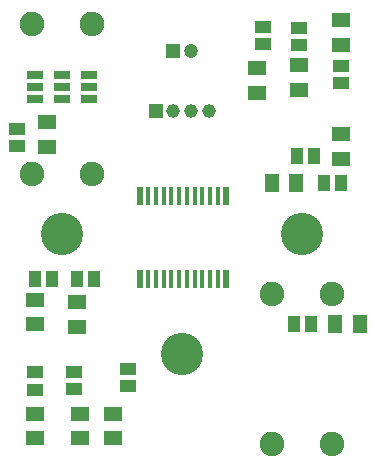
<source format=gbr>
%FSTAX23Y23*%
%MOMM*%
%SFA1B1*%

%IPPOS*%
%ADD14C,1.149998*%
%ADD15R,1.149998X1.149998*%
%ADD16C,1.199998*%
%ADD17R,1.199998X1.199998*%
%ADD19R,0.599999X1.599997*%
%ADD20R,0.399999X1.599997*%
%ADD30C,3.575993*%
%ADD31C,2.075996*%
%ADD32R,1.275997X1.575997*%
%ADD33R,1.125998X1.375997*%
%ADD34R,1.575997X1.275997*%
%ADD35R,1.375997X1.125998*%
%ADD36R,1.345997X0.710999*%
%LNflightstick_buttonpanelv3r_soldermask_bot-1*%
%LPD*%
G54D14*
X02249Y20504D03*
X00749D03*
X-00749D03*
G54D15*
X-02249Y20504D03*
G54D16*
X00749Y25584D03*
G54D17*
X-00749Y25584D03*
G54D19*
X03751Y06355D03*
X-03598D03*
Y13355D03*
X03751D03*
G54D20*
X03001Y06355D03*
X02351D03*
X01701D03*
X01051D03*
X00401D03*
X-00248D03*
X-00898D03*
X-01548D03*
X-02198D03*
X-02848D03*
Y13355D03*
X-02198D03*
X-01548D03*
X-00898D03*
X-00248D03*
X00401D03*
X01051D03*
X01701D03*
X02351D03*
X03001D03*
G54D30*
X0Y0D03*
X1016Y1016D03*
X-1016D03*
G54D31*
X-0762Y1524D03*
X-127D03*
X-0762Y2794D03*
X-127D03*
X07619Y0508D03*
X12699D03*
X07619Y-0762D03*
X12699D03*
G54D32*
X07585Y14478D03*
X09685D03*
X12954Y0254D03*
X15053D03*
G54D33*
X09688Y16764D03*
X11138D03*
X13424Y14478D03*
X11974D03*
X09471Y0254D03*
X10922D03*
X-10995Y0635D03*
X-12446D03*
X-07439D03*
X-0889D03*
G54D34*
X13462Y18575D03*
Y16475D03*
Y28227D03*
Y26127D03*
X-1143Y17491D03*
Y19591D03*
X09906Y24417D03*
Y22317D03*
X0635Y24163D03*
Y22063D03*
X-12446Y-0508D03*
Y-07179D03*
Y04572D03*
Y02471D03*
X-08636Y-0508D03*
Y-07179D03*
X-0889Y04351D03*
Y02251D03*
X-05842Y-0508D03*
Y-07179D03*
G54D35*
X13462Y24346D03*
Y22896D03*
X09906Y26162D03*
Y27611D03*
X06858Y26198D03*
Y27648D03*
X-1397Y19012D03*
Y17562D03*
X-12446Y-01597D03*
Y-03048D03*
X-09144Y-0156D03*
Y-0301D03*
X-04572Y-01306D03*
Y-02756D03*
G54D36*
X-07874Y2159D03*
Y22606D03*
Y23622D03*
X-1016Y2159D03*
Y22606D03*
Y23622D03*
X-12446Y2159D03*
Y22606D03*
Y23622D03*
M02*
</source>
